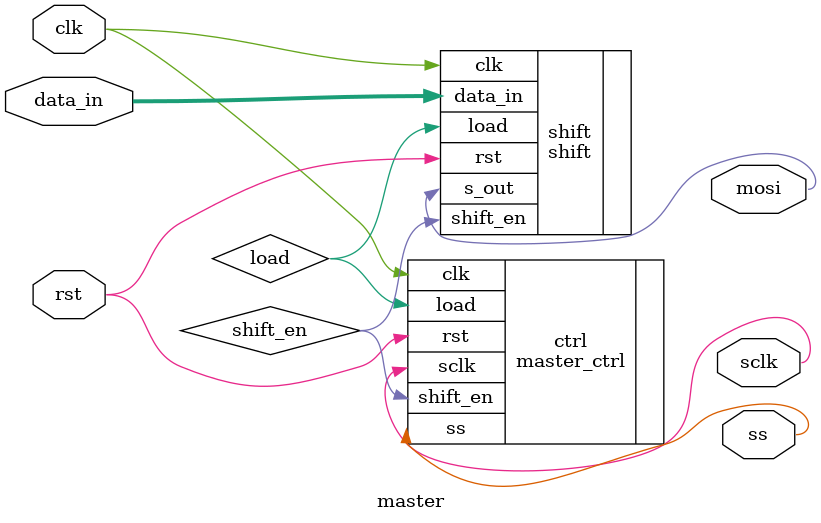
<source format=v>
module master
(
    input wire clk, rst,
    input wire [7:0] data_in,
    output wire mosi, sclk, ss
);
    wire shift_en, load;
    
    master_ctrl ctrl(
        .clk(clk),
        .rst(rst),
        .shift_en(shift_en),
        .load(load),
        .sclk(sclk),
        .ss(ss)
    );

    shift shift(
        .clk(clk), 
        .rst(rst), 
        .shift_en(shift_en), 
        .load(load),
        .data_in(data_in), 
        .s_out(mosi)
    );

endmodule

</source>
